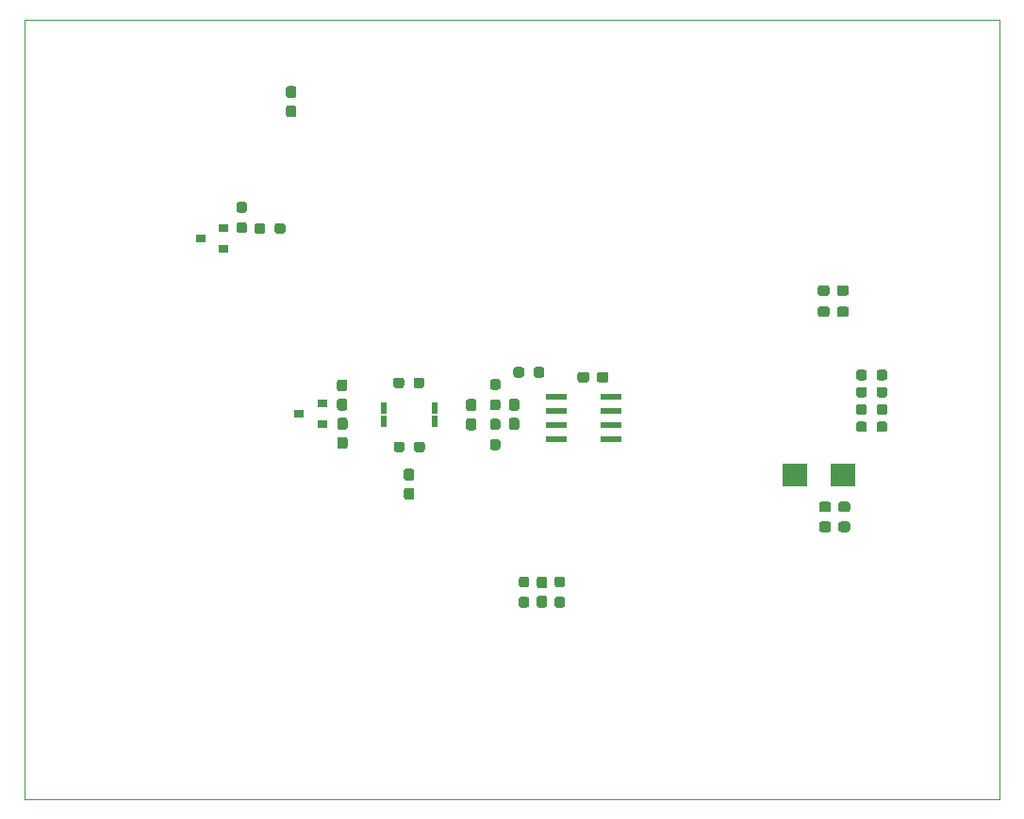
<source format=gbr>
%TF.GenerationSoftware,KiCad,Pcbnew,(5.1.8)-1*%
%TF.CreationDate,2020-12-02T11:58:54+01:00*%
%TF.ProjectId,Board,426f6172-642e-46b6-9963-61645f706362,rev?*%
%TF.SameCoordinates,PX253b400PY7a67730*%
%TF.FileFunction,Paste,Bot*%
%TF.FilePolarity,Positive*%
%FSLAX46Y46*%
G04 Gerber Fmt 4.6, Leading zero omitted, Abs format (unit mm)*
G04 Created by KiCad (PCBNEW (5.1.8)-1) date 2020-12-02 11:58:54*
%MOMM*%
%LPD*%
G01*
G04 APERTURE LIST*
%TA.AperFunction,Profile*%
%ADD10C,0.050000*%
%TD*%
%ADD11R,0.600000X1.000000*%
%ADD12R,0.900000X0.800000*%
%ADD13R,2.290000X2.120000*%
%ADD14R,1.981200X0.558800*%
G04 APERTURE END LIST*
D10*
X0Y70000000D02*
X0Y0D01*
X87500000Y70000000D02*
X0Y70000000D01*
X87500000Y0D02*
X87500000Y70000000D01*
X0Y0D02*
X87500000Y0D01*
G36*
G01*
X34272500Y27972500D02*
X34747500Y27972500D01*
G75*
G02*
X34985000Y27735000I0J-237500D01*
G01*
X34985000Y27135000D01*
G75*
G02*
X34747500Y26897500I-237500J0D01*
G01*
X34272500Y26897500D01*
G75*
G02*
X34035000Y27135000I0J237500D01*
G01*
X34035000Y27735000D01*
G75*
G02*
X34272500Y27972500I237500J0D01*
G01*
G37*
G36*
G01*
X34272500Y29697500D02*
X34747500Y29697500D01*
G75*
G02*
X34985000Y29460000I0J-237500D01*
G01*
X34985000Y28860000D01*
G75*
G02*
X34747500Y28622500I-237500J0D01*
G01*
X34272500Y28622500D01*
G75*
G02*
X34035000Y28860000I0J237500D01*
G01*
X34035000Y29460000D01*
G75*
G02*
X34272500Y29697500I237500J0D01*
G01*
G37*
G36*
G01*
X51360000Y37672500D02*
X51360000Y38147500D01*
G75*
G02*
X51597500Y38385000I237500J0D01*
G01*
X52197500Y38385000D01*
G75*
G02*
X52435000Y38147500I0J-237500D01*
G01*
X52435000Y37672500D01*
G75*
G02*
X52197500Y37435000I-237500J0D01*
G01*
X51597500Y37435000D01*
G75*
G02*
X51360000Y37672500I0J237500D01*
G01*
G37*
G36*
G01*
X49635000Y37672500D02*
X49635000Y38147500D01*
G75*
G02*
X49872500Y38385000I237500J0D01*
G01*
X50472500Y38385000D01*
G75*
G02*
X50710000Y38147500I0J-237500D01*
G01*
X50710000Y37672500D01*
G75*
G02*
X50472500Y37435000I-237500J0D01*
G01*
X49872500Y37435000D01*
G75*
G02*
X49635000Y37672500I0J237500D01*
G01*
G37*
G36*
G01*
X44848500Y38591500D02*
X44848500Y38116500D01*
G75*
G02*
X44611000Y37879000I-237500J0D01*
G01*
X44111000Y37879000D01*
G75*
G02*
X43873500Y38116500I0J237500D01*
G01*
X43873500Y38591500D01*
G75*
G02*
X44111000Y38829000I237500J0D01*
G01*
X44611000Y38829000D01*
G75*
G02*
X44848500Y38591500I0J-237500D01*
G01*
G37*
G36*
G01*
X46673500Y38591500D02*
X46673500Y38116500D01*
G75*
G02*
X46436000Y37879000I-237500J0D01*
G01*
X45936000Y37879000D01*
G75*
G02*
X45698500Y38116500I0J237500D01*
G01*
X45698500Y38591500D01*
G75*
G02*
X45936000Y38829000I237500J0D01*
G01*
X46436000Y38829000D01*
G75*
G02*
X46673500Y38591500I0J-237500D01*
G01*
G37*
G36*
G01*
X19727500Y52677500D02*
X19252500Y52677500D01*
G75*
G02*
X19015000Y52915000I0J237500D01*
G01*
X19015000Y53415000D01*
G75*
G02*
X19252500Y53652500I237500J0D01*
G01*
X19727500Y53652500D01*
G75*
G02*
X19965000Y53415000I0J-237500D01*
G01*
X19965000Y52915000D01*
G75*
G02*
X19727500Y52677500I-237500J0D01*
G01*
G37*
G36*
G01*
X19727500Y50852500D02*
X19252500Y50852500D01*
G75*
G02*
X19015000Y51090000I0J237500D01*
G01*
X19015000Y51590000D01*
G75*
G02*
X19252500Y51827500I237500J0D01*
G01*
X19727500Y51827500D01*
G75*
G02*
X19965000Y51590000I0J-237500D01*
G01*
X19965000Y51090000D01*
G75*
G02*
X19727500Y50852500I-237500J0D01*
G01*
G37*
G36*
G01*
X22432500Y51032500D02*
X22432500Y51507500D01*
G75*
G02*
X22670000Y51745000I237500J0D01*
G01*
X23170000Y51745000D01*
G75*
G02*
X23407500Y51507500I0J-237500D01*
G01*
X23407500Y51032500D01*
G75*
G02*
X23170000Y50795000I-237500J0D01*
G01*
X22670000Y50795000D01*
G75*
G02*
X22432500Y51032500I0J237500D01*
G01*
G37*
G36*
G01*
X20607500Y51032500D02*
X20607500Y51507500D01*
G75*
G02*
X20845000Y51745000I237500J0D01*
G01*
X21345000Y51745000D01*
G75*
G02*
X21582500Y51507500I0J-237500D01*
G01*
X21582500Y51032500D01*
G75*
G02*
X21345000Y50795000I-237500J0D01*
G01*
X20845000Y50795000D01*
G75*
G02*
X20607500Y51032500I0J237500D01*
G01*
G37*
G36*
G01*
X75635000Y33697500D02*
X75635000Y33222500D01*
G75*
G02*
X75397500Y32985000I-237500J0D01*
G01*
X74897500Y32985000D01*
G75*
G02*
X74660000Y33222500I0J237500D01*
G01*
X74660000Y33697500D01*
G75*
G02*
X74897500Y33935000I237500J0D01*
G01*
X75397500Y33935000D01*
G75*
G02*
X75635000Y33697500I0J-237500D01*
G01*
G37*
G36*
G01*
X77460000Y33697500D02*
X77460000Y33222500D01*
G75*
G02*
X77222500Y32985000I-237500J0D01*
G01*
X76722500Y32985000D01*
G75*
G02*
X76485000Y33222500I0J237500D01*
G01*
X76485000Y33697500D01*
G75*
G02*
X76722500Y33935000I237500J0D01*
G01*
X77222500Y33935000D01*
G75*
G02*
X77460000Y33697500I0J-237500D01*
G01*
G37*
G36*
G01*
X75635000Y35247500D02*
X75635000Y34772500D01*
G75*
G02*
X75397500Y34535000I-237500J0D01*
G01*
X74897500Y34535000D01*
G75*
G02*
X74660000Y34772500I0J237500D01*
G01*
X74660000Y35247500D01*
G75*
G02*
X74897500Y35485000I237500J0D01*
G01*
X75397500Y35485000D01*
G75*
G02*
X75635000Y35247500I0J-237500D01*
G01*
G37*
G36*
G01*
X77460000Y35247500D02*
X77460000Y34772500D01*
G75*
G02*
X77222500Y34535000I-237500J0D01*
G01*
X76722500Y34535000D01*
G75*
G02*
X76485000Y34772500I0J237500D01*
G01*
X76485000Y35247500D01*
G75*
G02*
X76722500Y35485000I237500J0D01*
G01*
X77222500Y35485000D01*
G75*
G02*
X77460000Y35247500I0J-237500D01*
G01*
G37*
G36*
G01*
X75635000Y36797500D02*
X75635000Y36322500D01*
G75*
G02*
X75397500Y36085000I-237500J0D01*
G01*
X74897500Y36085000D01*
G75*
G02*
X74660000Y36322500I0J237500D01*
G01*
X74660000Y36797500D01*
G75*
G02*
X74897500Y37035000I237500J0D01*
G01*
X75397500Y37035000D01*
G75*
G02*
X75635000Y36797500I0J-237500D01*
G01*
G37*
G36*
G01*
X77460000Y36797500D02*
X77460000Y36322500D01*
G75*
G02*
X77222500Y36085000I-237500J0D01*
G01*
X76722500Y36085000D01*
G75*
G02*
X76485000Y36322500I0J237500D01*
G01*
X76485000Y36797500D01*
G75*
G02*
X76722500Y37035000I237500J0D01*
G01*
X77222500Y37035000D01*
G75*
G02*
X77460000Y36797500I0J-237500D01*
G01*
G37*
G36*
G01*
X75635000Y38347500D02*
X75635000Y37872500D01*
G75*
G02*
X75397500Y37635000I-237500J0D01*
G01*
X74897500Y37635000D01*
G75*
G02*
X74660000Y37872500I0J237500D01*
G01*
X74660000Y38347500D01*
G75*
G02*
X74897500Y38585000I237500J0D01*
G01*
X75397500Y38585000D01*
G75*
G02*
X75635000Y38347500I0J-237500D01*
G01*
G37*
G36*
G01*
X77460000Y38347500D02*
X77460000Y37872500D01*
G75*
G02*
X77222500Y37635000I-237500J0D01*
G01*
X76722500Y37635000D01*
G75*
G02*
X76485000Y37872500I0J237500D01*
G01*
X76485000Y38347500D01*
G75*
G02*
X76722500Y38585000I237500J0D01*
G01*
X77222500Y38585000D01*
G75*
G02*
X77460000Y38347500I0J-237500D01*
G01*
G37*
G36*
G01*
X42011500Y32341000D02*
X42486500Y32341000D01*
G75*
G02*
X42724000Y32103500I0J-237500D01*
G01*
X42724000Y31603500D01*
G75*
G02*
X42486500Y31366000I-237500J0D01*
G01*
X42011500Y31366000D01*
G75*
G02*
X41774000Y31603500I0J237500D01*
G01*
X41774000Y32103500D01*
G75*
G02*
X42011500Y32341000I237500J0D01*
G01*
G37*
G36*
G01*
X42011500Y34166000D02*
X42486500Y34166000D01*
G75*
G02*
X42724000Y33928500I0J-237500D01*
G01*
X42724000Y33428500D01*
G75*
G02*
X42486500Y33191000I-237500J0D01*
G01*
X42011500Y33191000D01*
G75*
G02*
X41774000Y33428500I0J237500D01*
G01*
X41774000Y33928500D01*
G75*
G02*
X42011500Y34166000I237500J0D01*
G01*
G37*
G36*
G01*
X42011500Y35920500D02*
X42486500Y35920500D01*
G75*
G02*
X42724000Y35683000I0J-237500D01*
G01*
X42724000Y35183000D01*
G75*
G02*
X42486500Y34945500I-237500J0D01*
G01*
X42011500Y34945500D01*
G75*
G02*
X41774000Y35183000I0J237500D01*
G01*
X41774000Y35683000D01*
G75*
G02*
X42011500Y35920500I237500J0D01*
G01*
G37*
G36*
G01*
X42011500Y37745500D02*
X42486500Y37745500D01*
G75*
G02*
X42724000Y37508000I0J-237500D01*
G01*
X42724000Y37008000D01*
G75*
G02*
X42486500Y36770500I-237500J0D01*
G01*
X42011500Y36770500D01*
G75*
G02*
X41774000Y37008000I0J237500D01*
G01*
X41774000Y37508000D01*
G75*
G02*
X42011500Y37745500I237500J0D01*
G01*
G37*
G36*
G01*
X34112500Y31887500D02*
X34112500Y31412500D01*
G75*
G02*
X33875000Y31175000I-237500J0D01*
G01*
X33375000Y31175000D01*
G75*
G02*
X33137500Y31412500I0J237500D01*
G01*
X33137500Y31887500D01*
G75*
G02*
X33375000Y32125000I237500J0D01*
G01*
X33875000Y32125000D01*
G75*
G02*
X34112500Y31887500I0J-237500D01*
G01*
G37*
G36*
G01*
X35937500Y31887500D02*
X35937500Y31412500D01*
G75*
G02*
X35700000Y31175000I-237500J0D01*
G01*
X35200000Y31175000D01*
G75*
G02*
X34962500Y31412500I0J237500D01*
G01*
X34962500Y31887500D01*
G75*
G02*
X35200000Y32125000I237500J0D01*
G01*
X35700000Y32125000D01*
G75*
G02*
X35937500Y31887500I0J-237500D01*
G01*
G37*
G36*
G01*
X34067500Y37637500D02*
X34067500Y37162500D01*
G75*
G02*
X33830000Y36925000I-237500J0D01*
G01*
X33330000Y36925000D01*
G75*
G02*
X33092500Y37162500I0J237500D01*
G01*
X33092500Y37637500D01*
G75*
G02*
X33330000Y37875000I237500J0D01*
G01*
X33830000Y37875000D01*
G75*
G02*
X34067500Y37637500I0J-237500D01*
G01*
G37*
G36*
G01*
X35892500Y37637500D02*
X35892500Y37162500D01*
G75*
G02*
X35655000Y36925000I-237500J0D01*
G01*
X35155000Y36925000D01*
G75*
G02*
X34917500Y37162500I0J237500D01*
G01*
X34917500Y37637500D01*
G75*
G02*
X35155000Y37875000I237500J0D01*
G01*
X35655000Y37875000D01*
G75*
G02*
X35892500Y37637500I0J-237500D01*
G01*
G37*
G36*
G01*
X47812500Y18182500D02*
X48287500Y18182500D01*
G75*
G02*
X48525000Y17945000I0J-237500D01*
G01*
X48525000Y17445000D01*
G75*
G02*
X48287500Y17207500I-237500J0D01*
G01*
X47812500Y17207500D01*
G75*
G02*
X47575000Y17445000I0J237500D01*
G01*
X47575000Y17945000D01*
G75*
G02*
X47812500Y18182500I237500J0D01*
G01*
G37*
G36*
G01*
X47812500Y20007500D02*
X48287500Y20007500D01*
G75*
G02*
X48525000Y19770000I0J-237500D01*
G01*
X48525000Y19270000D01*
G75*
G02*
X48287500Y19032500I-237500J0D01*
G01*
X47812500Y19032500D01*
G75*
G02*
X47575000Y19270000I0J237500D01*
G01*
X47575000Y19770000D01*
G75*
G02*
X47812500Y20007500I237500J0D01*
G01*
G37*
G36*
G01*
X45077500Y19032500D02*
X44602500Y19032500D01*
G75*
G02*
X44365000Y19270000I0J237500D01*
G01*
X44365000Y19770000D01*
G75*
G02*
X44602500Y20007500I237500J0D01*
G01*
X45077500Y20007500D01*
G75*
G02*
X45315000Y19770000I0J-237500D01*
G01*
X45315000Y19270000D01*
G75*
G02*
X45077500Y19032500I-237500J0D01*
G01*
G37*
G36*
G01*
X45077500Y17207500D02*
X44602500Y17207500D01*
G75*
G02*
X44365000Y17445000I0J237500D01*
G01*
X44365000Y17945000D01*
G75*
G02*
X44602500Y18182500I237500J0D01*
G01*
X45077500Y18182500D01*
G75*
G02*
X45315000Y17945000I0J-237500D01*
G01*
X45315000Y17445000D01*
G75*
G02*
X45077500Y17207500I-237500J0D01*
G01*
G37*
G36*
G01*
X72930000Y43552500D02*
X72930000Y44027500D01*
G75*
G02*
X73167500Y44265000I237500J0D01*
G01*
X73767500Y44265000D01*
G75*
G02*
X74005000Y44027500I0J-237500D01*
G01*
X74005000Y43552500D01*
G75*
G02*
X73767500Y43315000I-237500J0D01*
G01*
X73167500Y43315000D01*
G75*
G02*
X72930000Y43552500I0J237500D01*
G01*
G37*
G36*
G01*
X71205000Y43552500D02*
X71205000Y44027500D01*
G75*
G02*
X71442500Y44265000I237500J0D01*
G01*
X72042500Y44265000D01*
G75*
G02*
X72280000Y44027500I0J-237500D01*
G01*
X72280000Y43552500D01*
G75*
G02*
X72042500Y43315000I-237500J0D01*
G01*
X71442500Y43315000D01*
G75*
G02*
X71205000Y43552500I0J237500D01*
G01*
G37*
G36*
G01*
X72930000Y45462500D02*
X72930000Y45937500D01*
G75*
G02*
X73167500Y46175000I237500J0D01*
G01*
X73767500Y46175000D01*
G75*
G02*
X74005000Y45937500I0J-237500D01*
G01*
X74005000Y45462500D01*
G75*
G02*
X73767500Y45225000I-237500J0D01*
G01*
X73167500Y45225000D01*
G75*
G02*
X72930000Y45462500I0J237500D01*
G01*
G37*
G36*
G01*
X71205000Y45462500D02*
X71205000Y45937500D01*
G75*
G02*
X71442500Y46175000I237500J0D01*
G01*
X72042500Y46175000D01*
G75*
G02*
X72280000Y45937500I0J-237500D01*
G01*
X72280000Y45462500D01*
G75*
G02*
X72042500Y45225000I-237500J0D01*
G01*
X71442500Y45225000D01*
G75*
G02*
X71205000Y45462500I0J237500D01*
G01*
G37*
G36*
G01*
X73053000Y24232500D02*
X73053000Y24707500D01*
G75*
G02*
X73290500Y24945000I237500J0D01*
G01*
X73890500Y24945000D01*
G75*
G02*
X74128000Y24707500I0J-237500D01*
G01*
X74128000Y24232500D01*
G75*
G02*
X73890500Y23995000I-237500J0D01*
G01*
X73290500Y23995000D01*
G75*
G02*
X73053000Y24232500I0J237500D01*
G01*
G37*
G36*
G01*
X71328000Y24232500D02*
X71328000Y24707500D01*
G75*
G02*
X71565500Y24945000I237500J0D01*
G01*
X72165500Y24945000D01*
G75*
G02*
X72403000Y24707500I0J-237500D01*
G01*
X72403000Y24232500D01*
G75*
G02*
X72165500Y23995000I-237500J0D01*
G01*
X71565500Y23995000D01*
G75*
G02*
X71328000Y24232500I0J237500D01*
G01*
G37*
G36*
G01*
X72403000Y26497500D02*
X72403000Y26022500D01*
G75*
G02*
X72165500Y25785000I-237500J0D01*
G01*
X71565500Y25785000D01*
G75*
G02*
X71328000Y26022500I0J237500D01*
G01*
X71328000Y26497500D01*
G75*
G02*
X71565500Y26735000I237500J0D01*
G01*
X72165500Y26735000D01*
G75*
G02*
X72403000Y26497500I0J-237500D01*
G01*
G37*
G36*
G01*
X74128000Y26497500D02*
X74128000Y26022500D01*
G75*
G02*
X73890500Y25785000I-237500J0D01*
G01*
X73290500Y25785000D01*
G75*
G02*
X73053000Y26022500I0J237500D01*
G01*
X73053000Y26497500D01*
G75*
G02*
X73290500Y26735000I237500J0D01*
G01*
X73890500Y26735000D01*
G75*
G02*
X74128000Y26497500I0J-237500D01*
G01*
G37*
G36*
G01*
X24167500Y62985000D02*
X23692500Y62985000D01*
G75*
G02*
X23455000Y63222500I0J237500D01*
G01*
X23455000Y63822500D01*
G75*
G02*
X23692500Y64060000I237500J0D01*
G01*
X24167500Y64060000D01*
G75*
G02*
X24405000Y63822500I0J-237500D01*
G01*
X24405000Y63222500D01*
G75*
G02*
X24167500Y62985000I-237500J0D01*
G01*
G37*
G36*
G01*
X24167500Y61260000D02*
X23692500Y61260000D01*
G75*
G02*
X23455000Y61497500I0J237500D01*
G01*
X23455000Y62097500D01*
G75*
G02*
X23692500Y62335000I237500J0D01*
G01*
X24167500Y62335000D01*
G75*
G02*
X24405000Y62097500I0J-237500D01*
G01*
X24405000Y61497500D01*
G75*
G02*
X24167500Y61260000I-237500J0D01*
G01*
G37*
G36*
G01*
X44177500Y34902500D02*
X43702500Y34902500D01*
G75*
G02*
X43465000Y35140000I0J237500D01*
G01*
X43465000Y35740000D01*
G75*
G02*
X43702500Y35977500I237500J0D01*
G01*
X44177500Y35977500D01*
G75*
G02*
X44415000Y35740000I0J-237500D01*
G01*
X44415000Y35140000D01*
G75*
G02*
X44177500Y34902500I-237500J0D01*
G01*
G37*
G36*
G01*
X44177500Y33177500D02*
X43702500Y33177500D01*
G75*
G02*
X43465000Y33415000I0J237500D01*
G01*
X43465000Y34015000D01*
G75*
G02*
X43702500Y34252500I237500J0D01*
G01*
X44177500Y34252500D01*
G75*
G02*
X44415000Y34015000I0J-237500D01*
G01*
X44415000Y33415000D01*
G75*
G02*
X44177500Y33177500I-237500J0D01*
G01*
G37*
G36*
G01*
X39852500Y34219000D02*
X40327500Y34219000D01*
G75*
G02*
X40565000Y33981500I0J-237500D01*
G01*
X40565000Y33381500D01*
G75*
G02*
X40327500Y33144000I-237500J0D01*
G01*
X39852500Y33144000D01*
G75*
G02*
X39615000Y33381500I0J237500D01*
G01*
X39615000Y33981500D01*
G75*
G02*
X39852500Y34219000I237500J0D01*
G01*
G37*
G36*
G01*
X39852500Y35944000D02*
X40327500Y35944000D01*
G75*
G02*
X40565000Y35706500I0J-237500D01*
G01*
X40565000Y35106500D01*
G75*
G02*
X40327500Y34869000I-237500J0D01*
G01*
X39852500Y34869000D01*
G75*
G02*
X39615000Y35106500I0J237500D01*
G01*
X39615000Y35706500D01*
G75*
G02*
X39852500Y35944000I237500J0D01*
G01*
G37*
G36*
G01*
X28767500Y33195000D02*
X28292500Y33195000D01*
G75*
G02*
X28055000Y33432500I0J237500D01*
G01*
X28055000Y34032500D01*
G75*
G02*
X28292500Y34270000I237500J0D01*
G01*
X28767500Y34270000D01*
G75*
G02*
X29005000Y34032500I0J-237500D01*
G01*
X29005000Y33432500D01*
G75*
G02*
X28767500Y33195000I-237500J0D01*
G01*
G37*
G36*
G01*
X28767500Y31470000D02*
X28292500Y31470000D01*
G75*
G02*
X28055000Y31707500I0J237500D01*
G01*
X28055000Y32307500D01*
G75*
G02*
X28292500Y32545000I237500J0D01*
G01*
X28767500Y32545000D01*
G75*
G02*
X29005000Y32307500I0J-237500D01*
G01*
X29005000Y31707500D01*
G75*
G02*
X28767500Y31470000I-237500J0D01*
G01*
G37*
G36*
G01*
X28747500Y36645000D02*
X28272500Y36645000D01*
G75*
G02*
X28035000Y36882500I0J237500D01*
G01*
X28035000Y37482500D01*
G75*
G02*
X28272500Y37720000I237500J0D01*
G01*
X28747500Y37720000D01*
G75*
G02*
X28985000Y37482500I0J-237500D01*
G01*
X28985000Y36882500D01*
G75*
G02*
X28747500Y36645000I-237500J0D01*
G01*
G37*
G36*
G01*
X28747500Y34920000D02*
X28272500Y34920000D01*
G75*
G02*
X28035000Y35157500I0J237500D01*
G01*
X28035000Y35757500D01*
G75*
G02*
X28272500Y35995000I237500J0D01*
G01*
X28747500Y35995000D01*
G75*
G02*
X28985000Y35757500I0J-237500D01*
G01*
X28985000Y35157500D01*
G75*
G02*
X28747500Y34920000I-237500J0D01*
G01*
G37*
G36*
G01*
X46212500Y18282500D02*
X46687500Y18282500D01*
G75*
G02*
X46925000Y18045000I0J-237500D01*
G01*
X46925000Y17445000D01*
G75*
G02*
X46687500Y17207500I-237500J0D01*
G01*
X46212500Y17207500D01*
G75*
G02*
X45975000Y17445000I0J237500D01*
G01*
X45975000Y18045000D01*
G75*
G02*
X46212500Y18282500I237500J0D01*
G01*
G37*
G36*
G01*
X46212500Y20007500D02*
X46687500Y20007500D01*
G75*
G02*
X46925000Y19770000I0J-237500D01*
G01*
X46925000Y19170000D01*
G75*
G02*
X46687500Y18932500I-237500J0D01*
G01*
X46212500Y18932500D01*
G75*
G02*
X45975000Y19170000I0J237500D01*
G01*
X45975000Y19770000D01*
G75*
G02*
X46212500Y20007500I237500J0D01*
G01*
G37*
D11*
X32232000Y33924000D03*
X36782000Y33924000D03*
X32232000Y35174000D03*
X36782000Y35174000D03*
D12*
X17810000Y51340000D03*
X17810000Y49440000D03*
X15810000Y50390000D03*
D13*
X69180000Y29140000D03*
X73500000Y29140000D03*
D14*
X52637600Y36195000D03*
X52637600Y34925000D03*
X52637600Y33655000D03*
X52637600Y32385000D03*
X47710000Y32385000D03*
X47710000Y33655000D03*
X47710000Y34925000D03*
X47710000Y36195000D03*
D12*
X26710000Y35560000D03*
X26710000Y33660000D03*
X24610000Y34610000D03*
M02*

</source>
